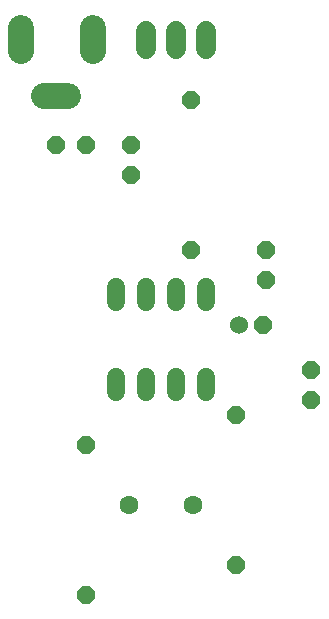
<source format=gbr>
G04 EAGLE Gerber RS-274X export*
G75*
%MOMM*%
%FSLAX34Y34*%
%LPD*%
%INSoldermask Top*%
%IPPOS*%
%AMOC8*
5,1,8,0,0,1.08239X$1,22.5*%
G01*
%ADD10P,1.649562X8X22.500000*%
%ADD11C,1.524000*%
%ADD12P,1.649562X8X292.500000*%
%ADD13P,1.649562X8X112.500000*%
%ADD14C,1.524000*%
%ADD15C,1.727200*%
%ADD16C,2.203200*%
%ADD17C,1.603200*%


D10*
X289560Y495300D03*
D11*
X269240Y495300D03*
D12*
X292100Y558800D03*
X292100Y533400D03*
D13*
X177800Y622300D03*
X177800Y647700D03*
D10*
X114300Y647700D03*
X139700Y647700D03*
D14*
X165100Y451104D02*
X165100Y437896D01*
X190500Y437896D02*
X190500Y451104D01*
X190500Y514096D02*
X190500Y527304D01*
X165100Y527304D02*
X165100Y514096D01*
X215900Y451104D02*
X215900Y437896D01*
X241300Y437896D02*
X241300Y451104D01*
X215900Y514096D02*
X215900Y527304D01*
X241300Y527304D02*
X241300Y514096D01*
D15*
X190500Y728980D02*
X190500Y744220D01*
X215900Y744220D02*
X215900Y728980D01*
X241300Y728980D02*
X241300Y744220D01*
D16*
X145300Y746600D02*
X145300Y726600D01*
X84300Y726600D02*
X84300Y746600D01*
X104300Y688600D02*
X124300Y688600D01*
D17*
X230200Y342900D03*
X176200Y342900D03*
D13*
X330200Y431800D03*
X330200Y457200D03*
D12*
X139700Y393700D03*
X139700Y266700D03*
X266700Y419100D03*
X266700Y292100D03*
D13*
X228600Y558800D03*
X228600Y685800D03*
M02*

</source>
